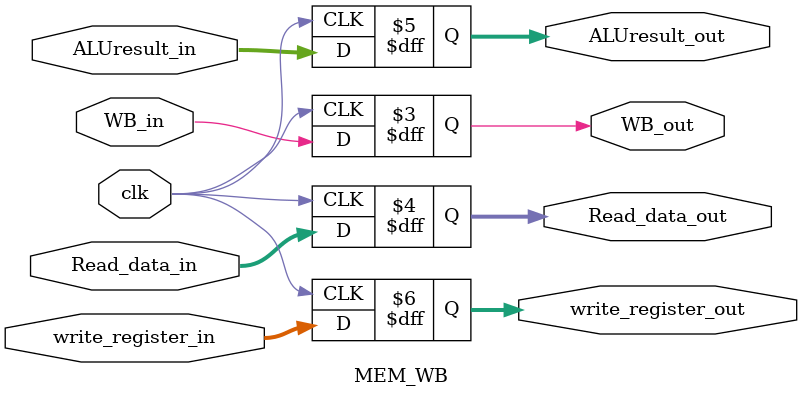
<source format=v>
module MEM_WB(
    input clk,
    input WB_in,
    input [31:0]Read_data_in,
    input [31:0]ALUresult_in,
    input [4:0]write_register_in,

    output reg WB_out,
    output reg [31:0]Read_data_out,
    output reg [31:0]ALUresult_out,
    output reg [4:0]write_register_out
);


initial begin
    WB_out = 0;
    Read_data_out = 32'b0;
    ALUresult_out = 32'b0;
    write_register_out = 4'b0;
end

always @(posedge clk)begin
    WB_out = WB_in;
    Read_data_out = Read_data_in;
    ALUresult_out = ALUresult_in;
    write_register_out = write_register_in;
end


endmodule
</source>
